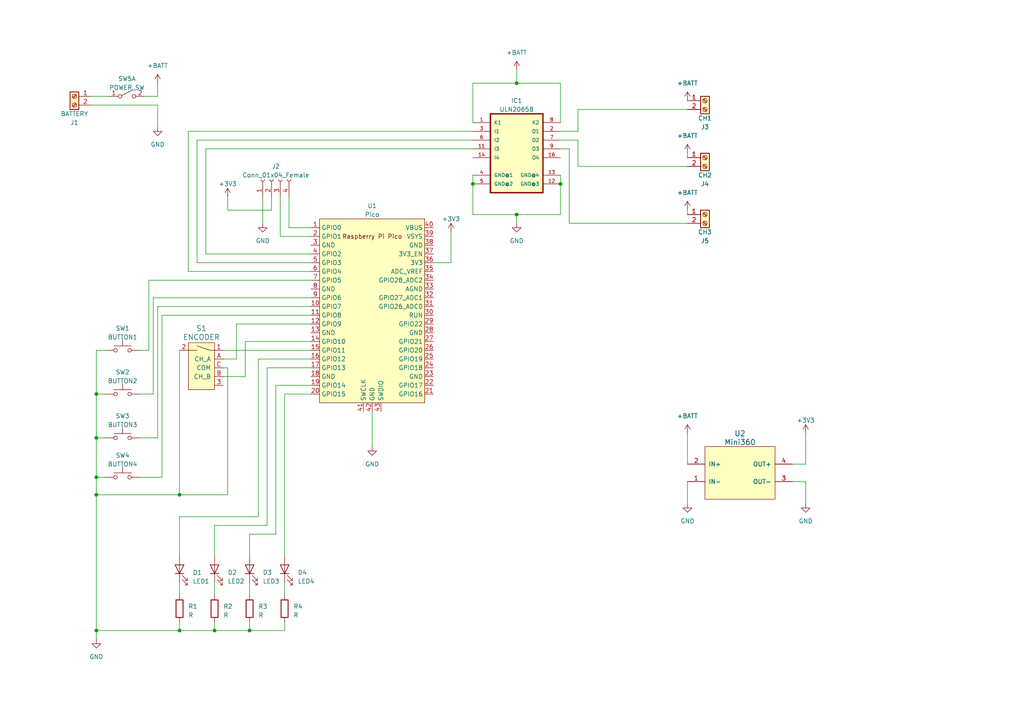
<source format=kicad_sch>
(kicad_sch (version 20230121) (generator eeschema)
  (paper "A4")
  (lib_symbols
    (symbol "Connector:Conn_01x04_Female" (pin_names (offset 1.016) hide)
      (property "Reference" "J" (at 0 5.08 0))
      (property "Value" "Conn_01x04_Female" (at 0 -7.62 0))
      (symbol "Conn_01x04_Female_1_1"
        (arc (start 0 -4.572) (mid -0.5058 -5.08) (end 0 -5.588) (stroke (width 0.1524)))
        (arc (start 0 -2.032) (mid -0.5058 -2.54) (end 0 -3.048) (stroke (width 0.1524)))
        (polyline (pts (xy -1.27 -5.08) (xy -0.508 -5.08)) (stroke (width 0.1524)))
        (polyline (pts (xy -1.27 -2.54) (xy -0.508 -2.54)) (stroke (width 0.1524)))
        (polyline (pts (xy -1.27 0) (xy -0.508 0)) (stroke (width 0.1524)))
        (polyline (pts (xy -1.27 2.54) (xy -0.508 2.54)) (stroke (width 0.1524)))
        (arc (start 0 0.508) (mid -0.5058 0) (end 0 -0.508) (stroke (width 0.1524)))
        (arc (start 0 3.048) (mid -0.5058 2.54) (end 0 2.032) (stroke (width 0.1524)))
        (pin passive line (at -5.08 2.54 0) (length 3.81) (name "Pin_1") (number "1"))
        (pin passive line (at -5.08 0 0) (length 3.81) (name "Pin_2") (number "2"))
        (pin passive line (at -5.08 -2.54 0) (length 3.81) (name "Pin_3") (number "3"))
        (pin passive line (at -5.08 -5.08 0) (length 3.81) (name "Pin_4") (number "4"))
      )
    )
    (symbol "Connector:Screw_Terminal_01x02" (pin_names (offset 1.016) hide)
      (property "Reference" "J" (at 0 2.54 0))
      (property "Value" "Screw_Terminal_01x02" (at 0 -5.08 0))
      (symbol "Screw_Terminal_01x02_1_1"
        (rectangle (start -1.27 1.27) (end 1.27 -3.81) (stroke (width 0.254)) (fill (type background)))
        (circle (center 0 -2.54) (radius 0.635) (stroke (width 0.1524)))
        (polyline (pts (xy -0.5334 -2.2098) (xy 0.3302 -3.048)) (stroke (width 0.1524)))
        (polyline (pts (xy -0.5334 0.3302) (xy 0.3302 -0.508)) (stroke (width 0.1524)))
        (polyline (pts (xy -0.3556 -2.032) (xy 0.508 -2.8702)) (stroke (width 0.1524)))
        (polyline (pts (xy -0.3556 0.508) (xy 0.508 -0.3302)) (stroke (width 0.1524)))
        (circle (center 0 0) (radius 0.635) (stroke (width 0.1524)))
        (pin passive line (at -5.08 0 0) (length 3.81) (name "Pin_1") (number "1"))
        (pin passive line (at -5.08 -2.54 0) (length 3.81) (name "Pin_2") (number "2"))
      )
    )
    (symbol "Device:LED" (pin_numbers hide) (pin_names (offset 1.016) hide)
      (property "Reference" "D" (at 0 2.54 0))
      (property "Value" "LED" (at 0 -2.54 0))
      (symbol "LED_0_1"
        (polyline (pts (xy -1.27 -1.27) (xy -1.27 1.27)) (stroke (width 0.2032)))
        (polyline (pts (xy -1.27 0) (xy 1.27 0)))
        (polyline (pts (xy 1.27 -1.27) (xy 1.27 1.27) (xy -1.27 0) (xy 1.27 -1.27)) (stroke (width 0.2032)))
        (polyline (pts (xy -3.048 -0.762) (xy -4.572 -2.286) (xy -3.81 -2.286) (xy -4.572 -2.286) (xy -4.572 -1.524)))
        (polyline (pts (xy -1.778 -0.762) (xy -3.302 -2.286) (xy -2.54 -2.286) (xy -3.302 -2.286) (xy -3.302 -1.524)))
      )
      (symbol "LED_1_1"
        (pin passive line (at -3.81 0 0) (length 2.54) (name "K") (number "1"))
        (pin passive line (at 3.81 0 180) (length 2.54) (name "A") (number "2"))
      )
    )
    (symbol "Device:R" (pin_numbers hide) (pin_names (offset 0))
      (property "Reference" "R" (at 2.032 0 90))
      (property "Value" "R" (at 0 0 90))
      (symbol "R_0_1"
        (rectangle (start -1.016 -2.54) (end 1.016 2.54) (stroke (width 0.254)))
      )
      (symbol "R_1_1"
        (pin passive line (at 0 3.81 270) (length 1.27) (name "~") (number "1"))
        (pin passive line (at 0 -3.81 90) (length 1.27) (name "~") (number "2"))
      )
    )
    (symbol "MCU_RaspberryPi_and_Boards:Pico"
      (property "Reference" "U" (at -13.97 27.94 0))
      (property "Value" "Pico" (at 0 19.05 0))
      (symbol "Pico_0_0"
        (text "Raspberry Pi Pico" (at 0 21.59 0) (effects (font (size 1.27 1.27))))
      )
      (symbol "Pico_0_1"
        (rectangle (start -15.24 26.67) (end 15.24 -26.67) (fill (type background)))
      )
      (symbol "Pico_1_1"
        (pin bidirectional line (at -17.78 24.13 0) (length 2.54) (name "GPIO0") (number "1"))
        (pin bidirectional line (at -17.78 1.27 0) (length 2.54) (name "GPIO7") (number "10"))
        (pin bidirectional line (at -17.78 -1.27 0) (length 2.54) (name "GPIO8") (number "11"))
        (pin bidirectional line (at -17.78 -3.81 0) (length 2.54) (name "GPIO9") (number "12"))
        (pin power_in line (at -17.78 -6.35 0) (length 2.54) (name "GND") (number "13"))
        (pin bidirectional line (at -17.78 -8.89 0) (length 2.54) (name "GPIO10") (number "14"))
        (pin bidirectional line (at -17.78 -11.43 0) (length 2.54) (name "GPIO11") (number "15"))
        (pin bidirectional line (at -17.78 -13.97 0) (length 2.54) (name "GPIO12") (number "16"))
        (pin bidirectional line (at -17.78 -16.51 0) (length 2.54) (name "GPIO13") (number "17"))
        (pin power_in line (at -17.78 -19.05 0) (length 2.54) (name "GND") (number "18"))
        (pin bidirectional line (at -17.78 -21.59 0) (length 2.54) (name "GPIO14") (number "19"))
        (pin bidirectional line (at -17.78 21.59 0) (length 2.54) (name "GPIO1") (number "2"))
        (pin bidirectional line (at -17.78 -24.13 0) (length 2.54) (name "GPIO15") (number "20"))
        (pin bidirectional line (at 17.78 -24.13 180) (length 2.54) (name "GPIO16") (number "21"))
        (pin bidirectional line (at 17.78 -21.59 180) (length 2.54) (name "GPIO17") (number "22"))
        (pin power_in line (at 17.78 -19.05 180) (length 2.54) (name "GND") (number "23"))
        (pin bidirectional line (at 17.78 -16.51 180) (length 2.54) (name "GPIO18") (number "24"))
        (pin bidirectional line (at 17.78 -13.97 180) (length 2.54) (name "GPIO19") (number "25"))
        (pin bidirectional line (at 17.78 -11.43 180) (length 2.54) (name "GPIO20") (number "26"))
        (pin bidirectional line (at 17.78 -8.89 180) (length 2.54) (name "GPIO21") (number "27"))
        (pin power_in line (at 17.78 -6.35 180) (length 2.54) (name "GND") (number "28"))
        (pin bidirectional line (at 17.78 -3.81 180) (length 2.54) (name "GPIO22") (number "29"))
        (pin power_in line (at -17.78 19.05 0) (length 2.54) (name "GND") (number "3"))
        (pin input line (at 17.78 -1.27 180) (length 2.54) (name "RUN") (number "30"))
        (pin bidirectional line (at 17.78 1.27 180) (length 2.54) (name "GPIO26_ADC0") (number "31"))
        (pin bidirectional line (at 17.78 3.81 180) (length 2.54) (name "GPIO27_ADC1") (number "32"))
        (pin power_in line (at 17.78 6.35 180) (length 2.54) (name "AGND") (number "33"))
        (pin bidirectional line (at 17.78 8.89 180) (length 2.54) (name "GPIO28_ADC2") (number "34"))
        (pin power_in line (at 17.78 11.43 180) (length 2.54) (name "ADC_VREF") (number "35"))
        (pin power_in line (at 17.78 13.97 180) (length 2.54) (name "3V3") (number "36"))
        (pin input line (at 17.78 16.51 180) (length 2.54) (name "3V3_EN") (number "37"))
        (pin bidirectional line (at 17.78 19.05 180) (length 2.54) (name "GND") (number "38"))
        (pin power_in line (at 17.78 21.59 180) (length 2.54) (name "VSYS") (number "39"))
        (pin bidirectional line (at -17.78 16.51 0) (length 2.54) (name "GPIO2") (number "4"))
        (pin power_in line (at 17.78 24.13 180) (length 2.54) (name "VBUS") (number "40"))
        (pin input line (at -2.54 -29.21 90) (length 2.54) (name "SWCLK") (number "41"))
        (pin power_in line (at 0 -29.21 90) (length 2.54) (name "GND") (number "42"))
        (pin bidirectional line (at 2.54 -29.21 90) (length 2.54) (name "SWDIO") (number "43"))
        (pin bidirectional line (at -17.78 13.97 0) (length 2.54) (name "GPIO3") (number "5"))
        (pin bidirectional line (at -17.78 11.43 0) (length 2.54) (name "GPIO4") (number "6"))
        (pin bidirectional line (at -17.78 8.89 0) (length 2.54) (name "GPIO5") (number "7"))
        (pin power_in line (at -17.78 6.35 0) (length 2.54) (name "GND") (number "8"))
        (pin bidirectional line (at -17.78 3.81 0) (length 2.54) (name "GPIO6") (number "9"))
      )
    )
    (symbol "Switch:SW_DPST_x2" (pin_names (offset 0) hide)
      (property "Reference" "SW" (at 0 3.175 0))
      (property "Value" "SW_DPST_x2" (at 0 -2.54 0))
      (symbol "SW_DPST_x2_0_0"
        (circle (center -2.032 0) (radius 0.508))
        (polyline (pts (xy -1.524 0.254) (xy 1.524 1.778)))
        (circle (center 2.032 0) (radius 0.508))
      )
      (symbol "SW_DPST_x2_1_1"
        (pin passive line (at -5.08 0 0) (length 2.54) (name "A") (number "1"))
        (pin passive line (at 5.08 0 180) (length 2.54) (name "B") (number "2"))
      )
      (symbol "SW_DPST_x2_2_1"
        (pin passive line (at -5.08 0 0) (length 2.54) (name "A") (number "3"))
        (pin passive line (at 5.08 0 180) (length 2.54) (name "B") (number "4"))
      )
    )
    (symbol "Switch:SW_Push" (pin_numbers hide) (pin_names (offset 1.016) hide)
      (property "Reference" "SW" (at 1.27 2.54 0))
      (property "Value" "SW_Push" (at 0 -1.524 0))
      (symbol "SW_Push_0_1"
        (circle (center -2.032 0) (radius 0.508))
        (polyline (pts (xy 0 1.27) (xy 0 3.048)))
        (polyline (pts (xy 2.54 1.27) (xy -2.54 1.27)))
        (circle (center 2.032 0) (radius 0.508))
        (pin passive line (at -5.08 0 0) (length 2.54) (name "1") (number "1"))
        (pin passive line (at 5.08 0 180) (length 2.54) (name "2") (number "2"))
      )
    )
    (symbol "ULN2065B:ULN2065B" (pin_names (offset 1.016))
      (property "Reference" "IC" (at -7.6236 10.9272 0))
      (property "Value" "ULN2065B" (at -7.6351 -15.2702 0))
      (symbol "ULN2065B_0_0"
        (rectangle (start -7.62 -12.7) (end 7.62 10.16) (stroke (width 0.4064)) (fill (type background)))
        (pin passive line (at -12.7 7.62 0) (length 5.08) (name "K1") (number "1"))
        (pin input line (at -12.7 0 0) (length 5.08) (name "I3") (number "11"))
        (pin power_in line (at 12.7 -10.16 180) (length 5.08) (name "GND@3") (number "12"))
        (pin power_in line (at 12.7 -7.62 180) (length 5.08) (name "GND@4") (number "13"))
        (pin input line (at -12.7 -2.54 0) (length 5.08) (name "I4") (number "14"))
        (pin open_collector line (at 12.7 -2.54 180) (length 5.08) (name "O4") (number "16"))
        (pin open_collector line (at 12.7 5.08 180) (length 5.08) (name "O1") (number "2"))
        (pin input line (at -12.7 5.08 0) (length 5.08) (name "I1") (number "3"))
        (pin power_in line (at -12.7 -7.62 0) (length 5.08) (name "GND@1") (number "4"))
        (pin power_in line (at -12.7 -10.16 0) (length 5.08) (name "GND@2") (number "5"))
        (pin input line (at -12.7 2.54 0) (length 5.08) (name "I2") (number "6"))
        (pin open_collector line (at 12.7 2.54 180) (length 5.08) (name "O2") (number "7"))
        (pin passive line (at 12.7 7.62 180) (length 5.08) (name "K2") (number "8"))
        (pin open_collector line (at 12.7 0 180) (length 5.08) (name "O3") (number "9"))
      )
    )
    (symbol "dk_Encoders:PEC11R-4215F-S0024" (pin_names (offset 1.016))
      (property "Reference" "S" (at -1.27 5.715 0))
      (property "Value" "PEC11R-4215F-S0024" (at -1.27 -9.906 0))
      (symbol "PEC11R-4215F-S0024_0_1"
        (rectangle (start -5.08 4.699) (end 2.54 -8.89) (fill (type background)))
        (polyline (pts (xy 0 2.54) (xy 2.54 2.54)))
        (polyline (pts (xy -5.08 2.54) (xy -3.81 2.54) (xy 0 3.81)))
      )
      (symbol "PEC11R-4215F-S0024_1_1"
        (pin bidirectional line (at -7.62 2.54 0) (length 2.54) (name "~") (number "1"))
        (pin bidirectional line (at 5.08 2.54 180) (length 2.54) (name "~") (number "2"))
        (pin unspecified line (at -7.62 -7.62 0) (length 2.54) (name "~") (number "3"))
        (pin bidirectional line (at -7.62 0 0) (length 2.54) (name "CH_A") (number "A"))
        (pin bidirectional line (at -7.62 -5.08 0) (length 2.54) (name "CH_B") (number "B"))
        (pin input line (at -7.62 -2.54 0) (length 2.54) (name "COM") (number "C"))
      )
    )
    (symbol "mini360:Mini360" (pin_names (offset 1.016))
      (property "Reference" "U" (at 0 -5.08 0))
      (property "Value" "Mini360" (at 0 5.08 0))
      (symbol "Mini360_0_1"
        (rectangle (start -10.16 7.62) (end 10.16 -7.62) (fill (type background)))
      )
      (symbol "Mini360_1_1"
        (pin power_in line (at -15.24 -2.54 0) (length 5.08) (name "IN-") (number "1"))
        (pin power_in line (at -15.24 2.54 0) (length 5.08) (name "IN+") (number "2"))
        (pin power_out line (at 15.24 -2.54 180) (length 5.08) (name "OUT-") (number "3"))
        (pin power_out line (at 15.24 2.54 180) (length 5.08) (name "OUT+") (number "4"))
      )
    )
    (symbol "power:+3.3V" (power) (pin_names (offset 0))
      (property "Value" "+3.3V" (at 0 3.556 0))
      (symbol "+3.3V_0_1"
        (polyline (pts (xy -0.762 1.27) (xy 0 2.54)))
        (polyline (pts (xy 0 0) (xy 0 2.54)))
        (polyline (pts (xy 0 2.54) (xy 0.762 1.27)))
      )
      (symbol "+3.3V_1_1"
        (pin power_in line (at 0 0 90) (length 0) hide (name "+3V3") (number "1"))
      )
    )
    (symbol "power:+BATT" (power) (pin_names (offset 0))
      (property "Value" "+BATT" (at 0 3.556 0))
      (symbol "+BATT_0_1"
        (polyline (pts (xy -0.762 1.27) (xy 0 2.54)))
        (polyline (pts (xy 0 0) (xy 0 2.54)))
        (polyline (pts (xy 0 2.54) (xy 0.762 1.27)))
      )
      (symbol "+BATT_1_1"
        (pin power_in line (at 0 0 90) (length 0) hide (name "+BATT") (number "1"))
      )
    )
    (symbol "power:GND" (power) (pin_names (offset 0))
      (property "Value" "GND" (at 0 -3.81 0))
      (symbol "GND_0_1"
        (polyline (pts (xy 0 0) (xy 0 -1.27) (xy 1.27 -1.27) (xy 0 -2.54) (xy -1.27 -1.27) (xy 0 -1.27)))
      )
      (symbol "GND_1_1"
        (pin power_in line (at 0 0 270) (length 0) hide (name "GND") (number "1"))
      )
    )
  )
  (junction (at 27.94 143.51))
  (junction (at 27.94 114.3))
  (junction (at 62.23 182.88))
  (junction (at 162.56 53.34))
  (junction (at 27.94 138.43))
  (junction (at 137.16 53.34))
  (junction (at 27.94 127))
  (junction (at 52.07 182.88))
  (junction (at 52.07 143.51))
  (junction (at 149.86 62.23))
  (junction (at 72.39 182.88))
  (junction (at 27.94 182.88))
  (junction (at 149.86 24.13))
  (wire (pts (xy 52.07 101.6) (xy 52.07 143.51)))
  (wire (pts (xy 137.16 35.56) (xy 137.16 24.13)))
  (wire (pts (xy 27.94 138.43) (xy 27.94 143.51)))
  (wire (pts (xy 54.61 38.1) (xy 54.61 78.74)))
  (wire (pts (xy 30.48 127) (xy 27.94 127)))
  (wire (pts (xy 149.86 20.32) (xy 149.86 24.13)))
  (wire (pts (xy 76.2 57.15) (xy 76.2 64.77)))
  (wire (pts (xy 52.07 149.86) (xy 74.93 149.86)))
  (wire (pts (xy 162.56 50.8) (xy 162.56 53.34)))
  (wire (pts (xy 80.01 154.94) (xy 80.01 111.76)))
  (wire (pts (xy 167.64 40.64) (xy 167.64 48.26)))
  (wire (pts (xy 149.86 64.77) (xy 149.86 62.23)))
  (wire (pts (xy 27.94 182.88) (xy 27.94 185.42)))
  (wire (pts (xy 229.87 134.62) (xy 233.68 134.62)))
  (wire (pts (xy 46.99 138.43) (xy 40.64 138.43)))
  (wire (pts (xy 64.77 106.68) (xy 66.04 106.68)))
  (wire (pts (xy 43.18 101.6) (xy 40.64 101.6)))
  (wire (pts (xy 66.04 60.96) (xy 78.74 60.96)))
  (wire (pts (xy 162.56 35.56) (xy 162.56 24.13)))
  (wire (pts (xy 167.64 38.1) (xy 167.64 31.75)))
  (wire (pts (xy 57.15 76.2) (xy 57.15 40.64)))
  (wire (pts (xy 81.28 68.58) (xy 90.17 68.58)))
  (wire (pts (xy 30.48 101.6) (xy 27.94 101.6)))
  (wire (pts (xy 149.86 24.13) (xy 137.16 24.13)))
  (wire (pts (xy 62.23 152.4) (xy 62.23 161.29)))
  (wire (pts (xy 54.61 78.74) (xy 90.17 78.74)))
  (wire (pts (xy 137.16 50.8) (xy 137.16 53.34)))
  (wire (pts (xy 72.39 168.91) (xy 72.39 172.72)))
  (wire (pts (xy 78.74 60.96) (xy 78.74 57.15)))
  (wire (pts (xy 52.07 182.88) (xy 62.23 182.88)))
  (wire (pts (xy 82.55 168.91) (xy 82.55 172.72)))
  (wire (pts (xy 64.77 101.6) (xy 90.17 101.6)))
  (wire (pts (xy 27.94 101.6) (xy 27.94 114.3)))
  (wire (pts (xy 46.99 91.44) (xy 46.99 138.43)))
  (wire (pts (xy 71.12 99.06) (xy 71.12 109.22)))
  (wire (pts (xy 199.39 44.45) (xy 199.39 45.72)))
  (wire (pts (xy 74.93 104.14) (xy 90.17 104.14)))
  (wire (pts (xy 52.07 182.88) (xy 52.07 180.34)))
  (wire (pts (xy 82.55 182.88) (xy 82.55 180.34)))
  (wire (pts (xy 62.23 168.91) (xy 62.23 172.72)))
  (wire (pts (xy 165.1 43.18) (xy 165.1 64.77)))
  (wire (pts (xy 45.72 30.48) (xy 45.72 36.83)))
  (wire (pts (xy 44.45 86.36) (xy 44.45 114.3)))
  (wire (pts (xy 199.39 139.7) (xy 199.39 146.05)))
  (wire (pts (xy 44.45 86.36) (xy 90.17 86.36)))
  (wire (pts (xy 45.72 88.9) (xy 90.17 88.9)))
  (wire (pts (xy 68.58 93.98) (xy 68.58 104.14)))
  (wire (pts (xy 27.94 114.3) (xy 30.48 114.3)))
  (wire (pts (xy 107.95 129.54) (xy 107.95 119.38)))
  (wire (pts (xy 229.87 139.7) (xy 233.68 139.7)))
  (wire (pts (xy 27.94 114.3) (xy 27.94 127)))
  (wire (pts (xy 90.17 73.66) (xy 59.69 73.66)))
  (wire (pts (xy 149.86 62.23) (xy 137.16 62.23)))
  (wire (pts (xy 90.17 93.98) (xy 68.58 93.98)))
  (wire (pts (xy 72.39 154.94) (xy 80.01 154.94)))
  (wire (pts (xy 83.82 66.04) (xy 90.17 66.04)))
  (wire (pts (xy 45.72 27.94) (xy 45.72 24.13)))
  (wire (pts (xy 77.47 152.4) (xy 62.23 152.4)))
  (wire (pts (xy 43.18 81.28) (xy 90.17 81.28)))
  (wire (pts (xy 137.16 62.23) (xy 137.16 53.34)))
  (wire (pts (xy 41.91 27.94) (xy 45.72 27.94)))
  (wire (pts (xy 26.67 30.48) (xy 45.72 30.48)))
  (wire (pts (xy 233.68 134.62) (xy 233.68 125.73)))
  (wire (pts (xy 71.12 109.22) (xy 64.77 109.22)))
  (wire (pts (xy 72.39 182.88) (xy 72.39 180.34)))
  (wire (pts (xy 46.99 91.44) (xy 90.17 91.44)))
  (wire (pts (xy 167.64 48.26) (xy 199.39 48.26)))
  (wire (pts (xy 77.47 106.68) (xy 77.47 152.4)))
  (wire (pts (xy 125.73 76.2) (xy 130.81 76.2)))
  (wire (pts (xy 162.56 24.13) (xy 149.86 24.13)))
  (wire (pts (xy 43.18 81.28) (xy 43.18 101.6)))
  (wire (pts (xy 233.68 139.7) (xy 233.68 146.05)))
  (wire (pts (xy 167.64 31.75) (xy 199.39 31.75)))
  (wire (pts (xy 52.07 161.29) (xy 52.07 149.86)))
  (wire (pts (xy 90.17 99.06) (xy 71.12 99.06)))
  (wire (pts (xy 90.17 114.3) (xy 82.55 114.3)))
  (wire (pts (xy 27.94 143.51) (xy 27.94 182.88)))
  (wire (pts (xy 44.45 114.3) (xy 40.64 114.3)))
  (wire (pts (xy 74.93 149.86) (xy 74.93 104.14)))
  (wire (pts (xy 66.04 106.68) (xy 66.04 143.51)))
  (wire (pts (xy 72.39 182.88) (xy 82.55 182.88)))
  (wire (pts (xy 130.81 76.2) (xy 130.81 67.31)))
  (wire (pts (xy 59.69 43.18) (xy 137.16 43.18)))
  (wire (pts (xy 80.01 111.76) (xy 90.17 111.76)))
  (wire (pts (xy 66.04 57.15) (xy 66.04 60.96)))
  (wire (pts (xy 82.55 114.3) (xy 82.55 161.29)))
  (wire (pts (xy 162.56 62.23) (xy 149.86 62.23)))
  (wire (pts (xy 90.17 106.68) (xy 77.47 106.68)))
  (wire (pts (xy 27.94 138.43) (xy 30.48 138.43)))
  (wire (pts (xy 66.04 143.51) (xy 52.07 143.51)))
  (wire (pts (xy 72.39 161.29) (xy 72.39 154.94)))
  (wire (pts (xy 27.94 182.88) (xy 52.07 182.88)))
  (wire (pts (xy 54.61 38.1) (xy 137.16 38.1)))
  (wire (pts (xy 162.56 40.64) (xy 167.64 40.64)))
  (wire (pts (xy 59.69 73.66) (xy 59.69 43.18)))
  (wire (pts (xy 45.72 127) (xy 40.64 127)))
  (wire (pts (xy 162.56 53.34) (xy 162.56 62.23)))
  (wire (pts (xy 52.07 168.91) (xy 52.07 172.72)))
  (wire (pts (xy 199.39 134.62) (xy 199.39 125.73)))
  (wire (pts (xy 27.94 127) (xy 27.94 138.43)))
  (wire (pts (xy 62.23 182.88) (xy 62.23 180.34)))
  (wire (pts (xy 68.58 104.14) (xy 64.77 104.14)))
  (wire (pts (xy 81.28 57.15) (xy 81.28 68.58)))
  (wire (pts (xy 45.72 88.9) (xy 45.72 127)))
  (wire (pts (xy 57.15 40.64) (xy 137.16 40.64)))
  (wire (pts (xy 90.17 76.2) (xy 57.15 76.2)))
  (wire (pts (xy 199.39 60.96) (xy 199.39 62.23)))
  (wire (pts (xy 27.94 143.51) (xy 52.07 143.51)))
  (wire (pts (xy 62.23 182.88) (xy 72.39 182.88)))
  (wire (pts (xy 162.56 43.18) (xy 165.1 43.18)))
  (wire (pts (xy 26.67 27.94) (xy 31.75 27.94)))
  (wire (pts (xy 83.82 57.15) (xy 83.82 66.04)))
  (wire (pts (xy 165.1 64.77) (xy 199.39 64.77)))
  (wire (pts (xy 162.56 38.1) (xy 167.64 38.1)))
  (symbol (lib_id "power:+BATT") (at 199.39 29.21 0) (unit 1)
    (property "Reference" "#PWR013" (effects hide))
    (property "Value" "+BATT" (at 199.39 24.13 0))
  )
  (symbol (lib_id "power:+BATT") (at 199.39 44.45 0) (unit 1)
    (property "Reference" "#PWR014" (effects hide))
    (property "Value" "+BATT" (at 199.39 39.37 0))
  )
  (symbol (lib_id "power:+BATT") (at 45.72 24.13 0) (unit 1)
    (property "Reference" "#PWR06" (effects hide))
    (property "Value" "+BATT" (at 45.72 19.05 0))
  )
  (symbol (lib_id "dk_Encoders:PEC11R-4215F-S0024") (at 57.15 104.14 0) (mirror y) (unit 1)
    (property "Reference" "S1" (at 58.42 95.25 0) (effects (font (size 1.524 1.524))))
    (property "Value" "ENCODER" (at 58.42 97.79 0) (effects (font (size 1.524 1.524))))
    (property "Footprint" "digikey-footprints:Rotary_Encoder_Switched_PEC11R" (effects hide))
    (property "Datasheet" "https://www.bourns.com/docs/Product-Datasheets/PEC11R.pdf" (effects hide))
    (property "Digi-Key_PN" "PEC11R-4215F-S0024-ND" (effects hide))
    (property "MPN" "PEC11R-4215F-S0024" (effects hide))
    (property "Category" "Sensors, Transducers" (effects hide))
    (property "Family" "Encoders" (effects hide))
    (property "DK_Datasheet_Link" "https://www.bourns.com/docs/Product-Datasheets/PEC11R.pdf" (effects hide))
    (property "DK_Detail_Page" "/product-detail/en/bourns-inc/PEC11R-4215F-S0024/PEC11R-4215F-S0024-ND/4499665" (effects hide))
    (property "Description" "ROTARY ENCODER MECHANICAL 24PPR" (effects hide))
    (property "Manufacturer" "Bourns Inc." (effects hide))
    (property "Status" "Active" (effects hide))
  )
  (symbol (lib_id "Connector:Screw_Terminal_01x02") (at 204.47 45.72 0) (unit 1)
    (property "Reference" "J4" (at 204.47 53.34 0))
    (property "Value" "CH2" (at 204.47 50.8 0))
    (property "Footprint" "TerminalBlock:TerminalBlock_bornier-2_P5.08mm" (effects hide))
  )
  (symbol (lib_id "Device:LED") (at 72.39 165.1 90) (unit 1)
    (property "Reference" "D3" (at 76.2 166.0652 90) (effects (justify right)))
    (property "Value" "LED3" (at 76.2 168.6052 90) (effects (justify right)))
    (property "Footprint" "LED_THT:LED_D5.0mm" (effects hide))
  )
  (symbol (lib_id "mini360:Mini360") (at 214.63 137.16 0) (unit 1)
    (property "Reference" "U2" (at 214.63 125.73 0) (effects (font (size 1.524 1.524))))
    (property "Value" "Mini360" (at 214.63 128.27 0) (effects (font (size 1.524 1.524))))
    (property "Footprint" "Mini360_step-down:Mini360_step-down" (effects hide))
  )
  (symbol (lib_id "Switch:SW_DPST_x2") (at 36.83 27.94 0) (unit 1)
    (property "Reference" "SW5" (at 36.83 22.86 0))
    (property "Value" "POWER_SW" (at 36.83 25.4 0))
    (property "Footprint" "Inductor_THT:L_Radial_D12.0mm_P6.00mm_MuRATA_1900R" (effects hide))
  )
  (symbol (lib_id "power:+3.3V") (at 130.81 67.31 0) (unit 1)
    (property "Reference" "#PWR016" (effects hide))
    (property "Value" "+3.3V" (at 130.81 63.5 0))
  )
  (symbol (lib_id "Device:R") (at 82.55 176.53 0) (unit 1)
    (property "Reference" "R4" (at 85.09 175.895 0) (effects (justify left)))
    (property "Value" "R" (at 85.09 178.435 0) (effects (justify left)))
    (property "Footprint" "Resistor_THT:R_Axial_DIN0617_L17.0mm_D6.0mm_P5.08mm_Vertical" (effects hide))
  )
  (symbol (lib_id "power:GND") (at 199.39 146.05 0) (unit 1)
    (property "Reference" "#PWR08" (effects hide))
    (property "Value" "GND" (at 199.39 151.13 0))
  )
  (symbol (lib_id "power:GND") (at 233.68 146.05 0) (unit 1)
    (property "Reference" "#PWR010" (effects hide))
    (property "Value" "GND" (at 233.68 151.13 0))
  )
  (symbol (lib_id "ULN2065B:ULN2065B") (at 149.86 43.18 0) (unit 1)
    (property "Reference" "IC1" (at 149.86 29.21 0))
    (property "Value" "ULN2065B" (at 149.86 31.75 0))
    (property "Footprint" "Package_DIP:DIP-16_W7.62mm_LongPads" (effects hide))
  )
  (symbol (lib_id "Device:LED") (at 82.55 165.1 90) (unit 1)
    (property "Reference" "D4" (at 86.36 166.0652 90) (effects (justify right)))
    (property "Value" "LED4" (at 86.36 168.6052 90) (effects (justify right)))
    (property "Footprint" "LED_THT:LED_D5.0mm" (effects hide))
  )
  (symbol (lib_id "Connector:Screw_Terminal_01x02") (at 21.59 27.94 0) (mirror y) (unit 1)
    (property "Reference" "J1" (at 21.59 35.56 0))
    (property "Value" "BATTERY" (at 21.59 33.02 0))
    (property "Footprint" "TerminalBlock:TerminalBlock_bornier-2_P5.08mm" (effects hide))
  )
  (symbol (lib_id "power:GND") (at 76.2 64.77 0) (unit 1)
    (property "Reference" "#PWR011" (effects hide))
    (property "Value" "GND" (at 76.2 69.85 0))
  )
  (symbol (lib_id "Switch:SW_Push") (at 35.56 101.6 0) (unit 1)
    (property "Reference" "SW1" (at 35.56 95.25 0))
    (property "Value" "BUTTON1" (at 35.56 97.79 0))
    (property "Footprint" "Inductor_THT:L_Radial_D12.0mm_P6.00mm_MuRATA_1900R" (effects hide))
  )
  (symbol (lib_id "power:+3.3V") (at 233.68 125.73 0) (unit 1)
    (property "Reference" "#PWR09" (effects hide))
    (property "Value" "+3.3V" (at 233.68 121.92 0))
  )
  (symbol (lib_id "Switch:SW_Push") (at 35.56 114.3 0) (unit 1)
    (property "Reference" "SW2" (at 35.56 107.95 0))
    (property "Value" "BUTTON2" (at 35.56 110.49 0))
    (property "Footprint" "Inductor_THT:L_Radial_D12.0mm_P6.00mm_MuRATA_1900R" (effects hide))
  )
  (symbol (lib_id "Connector:Screw_Terminal_01x02") (at 204.47 29.21 0) (unit 1)
    (property "Reference" "J3" (at 204.47 36.83 0))
    (property "Value" "CH1" (at 204.47 34.29 0))
    (property "Footprint" "TerminalBlock:TerminalBlock_bornier-2_P5.08mm" (effects hide))
  )
  (symbol (lib_id "Switch:SW_Push") (at 35.56 127 0) (unit 1)
    (property "Reference" "SW3" (at 35.56 120.65 0))
    (property "Value" "BUTTON3" (at 35.56 123.19 0))
    (property "Footprint" "Inductor_THT:L_Radial_D12.0mm_P6.00mm_MuRATA_1900R" (effects hide))
  )
  (symbol (lib_id "power:+BATT") (at 149.86 20.32 0) (unit 1)
    (property "Reference" "#PWR04" (effects hide))
    (property "Value" "+BATT" (at 149.86 15.24 0))
  )
  (symbol (lib_id "Device:R") (at 62.23 176.53 0) (unit 1)
    (property "Reference" "R2" (at 64.77 175.895 0) (effects (justify left)))
    (property "Value" "R" (at 64.77 178.435 0) (effects (justify left)))
    (property "Footprint" "Resistor_THT:R_Axial_DIN0617_L17.0mm_D6.0mm_P5.08mm_Vertical" (effects hide))
  )
  (symbol (lib_id "power:GND") (at 27.94 185.42 0) (unit 1)
    (property "Reference" "#PWR01" (effects hide))
    (property "Value" "GND" (at 27.94 190.5 0))
  )
  (symbol (lib_id "power:+BATT") (at 199.39 60.96 0) (unit 1)
    (property "Reference" "#PWR015" (effects hide))
    (property "Value" "+BATT" (at 199.39 55.88 0))
  )
  (symbol (lib_id "Device:R") (at 52.07 176.53 0) (unit 1)
    (property "Reference" "R1" (at 54.61 175.895 0) (effects (justify left)))
    (property "Value" "R" (at 54.61 178.435 0) (effects (justify left)))
    (property "Footprint" "Resistor_THT:R_Axial_DIN0617_L17.0mm_D6.0mm_P5.08mm_Vertical" (effects hide))
  )
  (symbol (lib_id "power:+BATT") (at 199.39 125.73 0) (unit 1)
    (property "Reference" "#PWR07" (effects hide))
    (property "Value" "+BATT" (at 199.39 120.65 0))
  )
  (symbol (lib_id "Device:LED") (at 62.23 165.1 90) (unit 1)
    (property "Reference" "D2" (at 66.04 166.0652 90) (effects (justify right)))
    (property "Value" "LED2" (at 66.04 168.6052 90) (effects (justify right)))
    (property "Footprint" "LED_THT:LED_D5.0mm" (effects hide))
  )
  (symbol (lib_id "power:GND") (at 45.72 36.83 0) (unit 1)
    (property "Reference" "#PWR02" (effects hide))
    (property "Value" "GND" (at 45.72 41.91 0))
  )
  (symbol (lib_id "power:+3.3V") (at 66.04 57.15 0) (unit 1)
    (property "Reference" "#PWR012" (effects hide))
    (property "Value" "+3.3V" (at 66.04 53.34 0))
  )
  (symbol (lib_id "power:GND") (at 149.86 64.77 0) (unit 1)
    (property "Reference" "#PWR03" (effects hide))
    (property "Value" "GND" (at 149.86 69.85 0))
  )
  (symbol (lib_id "Connector:Screw_Terminal_01x02") (at 204.47 62.23 0) (unit 1)
    (property "Reference" "J5" (at 204.47 69.85 0))
    (property "Value" "CH3" (at 204.47 67.31 0))
    (property "Footprint" "TerminalBlock:TerminalBlock_bornier-2_P5.08mm" (effects hide))
  )
  (symbol (lib_id "MCU_RaspberryPi_and_Boards:Pico") (at 107.95 90.17 0) (unit 1)
    (property "Reference" "U1" (at 107.95 59.69 0))
    (property "Value" "Pico" (at 107.95 62.23 0))
    (property "Footprint" "MCU_RaspberryPi_and_Boards:RPi_Pico_SMD_TH" (effects hide))
  )
  (symbol (lib_id "power:GND") (at 107.95 129.54 0) (unit 1)
    (property "Reference" "#PWR05" (effects hide))
    (property "Value" "GND" (at 107.95 134.62 0))
  )
  (symbol (lib_id "Switch:SW_Push") (at 35.56 138.43 0) (unit 1)
    (property "Reference" "SW4" (at 35.56 132.08 0))
    (property "Value" "BUTTON4" (at 35.56 134.62 0))
    (property "Footprint" "Inductor_THT:L_Radial_D12.0mm_P6.00mm_MuRATA_1900R" (effects hide))
  )
  (symbol (lib_id "Connector:Conn_01x04_Female") (at 78.74 52.07 90) (unit 1)
    (property "Reference" "J2" (at 80.01 48.26 90))
    (property "Value" "Conn_01x04_Female" (at 80.01 50.8 90))
    (property "Footprint" "Connector_PinHeader_2.54mm:PinHeader_1x04_P2.54mm_Vertical" (effects hide))
  )
  (symbol (lib_id "Device:R") (at 72.39 176.53 0) (unit 1)
    (property "Reference" "R3" (at 74.93 175.895 0) (effects (justify left)))
    (property "Value" "R" (at 74.93 178.435 0) (effects (justify left)))
    (property "Footprint" "Resistor_THT:R_Axial_DIN0617_L17.0mm_D6.0mm_P5.08mm_Vertical" (effects hide))
  )
  (symbol (lib_id "Device:LED") (at 52.07 165.1 90) (unit 1)
    (property "Reference" "D1" (at 55.88 166.0652 90) (effects (justify right)))
    (property "Value" "LED1" (at 55.88 168.6052 90) (effects (justify right)))
    (property "Footprint" "LED_THT:LED_D5.0mm" (effects hide))
  )
)
</source>
